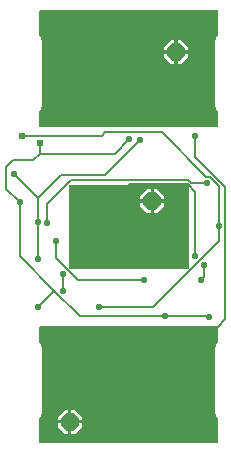
<source format=gbr>
G04 EAGLE Gerber RS-274X export*
G75*
%MOMM*%
%FSLAX34Y34*%
%LPD*%
%INBottom Copper*%
%IPPOS*%
%AMOC8*
5,1,8,0,0,1.08239X$1,22.5*%
G01*
%ADD10P,1.623585X8X202.500000*%
%ADD11C,0.127000*%
%ADD12C,0.554000*%
%ADD13C,0.604000*%
%ADD14C,0.152400*%

G36*
X190020Y1782D02*
X190020Y1782D01*
X190039Y1780D01*
X190141Y1802D01*
X190243Y1818D01*
X190260Y1828D01*
X190280Y1832D01*
X190369Y1885D01*
X190460Y1934D01*
X190474Y1948D01*
X190491Y1958D01*
X190558Y2037D01*
X190630Y2112D01*
X190638Y2130D01*
X190651Y2145D01*
X190690Y2241D01*
X190733Y2335D01*
X190735Y2355D01*
X190743Y2373D01*
X190761Y2540D01*
X190761Y22266D01*
X190747Y22356D01*
X190739Y22447D01*
X190727Y22477D01*
X190722Y22509D01*
X190679Y22589D01*
X190643Y22673D01*
X190617Y22705D01*
X190606Y22726D01*
X190583Y22748D01*
X190538Y22804D01*
X190014Y23328D01*
X188221Y27657D01*
X188221Y82343D01*
X190014Y86672D01*
X190538Y87196D01*
X190592Y87270D01*
X190651Y87339D01*
X190663Y87369D01*
X190682Y87396D01*
X190709Y87483D01*
X190743Y87567D01*
X190747Y87608D01*
X190754Y87631D01*
X190753Y87663D01*
X190761Y87734D01*
X190761Y100000D01*
X190759Y100012D01*
X190760Y100019D01*
X190759Y100026D01*
X190760Y100039D01*
X190738Y100141D01*
X190722Y100243D01*
X190712Y100260D01*
X190708Y100280D01*
X190655Y100369D01*
X190606Y100460D01*
X190592Y100474D01*
X190582Y100491D01*
X190503Y100558D01*
X190428Y100630D01*
X190410Y100638D01*
X190395Y100651D01*
X190299Y100690D01*
X190205Y100733D01*
X190185Y100735D01*
X190167Y100743D01*
X190000Y100761D01*
X40000Y100761D01*
X39980Y100758D01*
X39961Y100760D01*
X39859Y100738D01*
X39757Y100722D01*
X39740Y100712D01*
X39720Y100708D01*
X39631Y100655D01*
X39540Y100606D01*
X39526Y100592D01*
X39509Y100582D01*
X39442Y100503D01*
X39371Y100428D01*
X39362Y100410D01*
X39349Y100395D01*
X39310Y100299D01*
X39267Y100205D01*
X39265Y100185D01*
X39257Y100167D01*
X39239Y100000D01*
X39239Y87734D01*
X39254Y87644D01*
X39261Y87553D01*
X39273Y87523D01*
X39279Y87491D01*
X39321Y87411D01*
X39357Y87327D01*
X39383Y87295D01*
X39394Y87274D01*
X39417Y87252D01*
X39462Y87196D01*
X39985Y86672D01*
X41779Y82343D01*
X41779Y27657D01*
X39986Y23328D01*
X39462Y22804D01*
X39408Y22730D01*
X39349Y22661D01*
X39337Y22631D01*
X39318Y22604D01*
X39291Y22517D01*
X39257Y22433D01*
X39253Y22392D01*
X39246Y22369D01*
X39247Y22337D01*
X39239Y22266D01*
X39239Y2540D01*
X39242Y2520D01*
X39240Y2501D01*
X39262Y2399D01*
X39279Y2297D01*
X39288Y2280D01*
X39292Y2260D01*
X39345Y2171D01*
X39394Y2080D01*
X39408Y2066D01*
X39418Y2049D01*
X39497Y1982D01*
X39572Y1910D01*
X39590Y1902D01*
X39605Y1889D01*
X39701Y1850D01*
X39795Y1807D01*
X39815Y1805D01*
X39833Y1797D01*
X40000Y1779D01*
X190000Y1779D01*
X190020Y1782D01*
G37*
G36*
X190020Y269530D02*
X190020Y269530D01*
X190039Y269528D01*
X190141Y269550D01*
X190243Y269567D01*
X190260Y269576D01*
X190280Y269580D01*
X190369Y269633D01*
X190460Y269682D01*
X190474Y269696D01*
X190491Y269706D01*
X190558Y269785D01*
X190630Y269860D01*
X190638Y269878D01*
X190651Y269893D01*
X190690Y269989D01*
X190733Y270083D01*
X190735Y270103D01*
X190743Y270121D01*
X190761Y270288D01*
X190761Y282266D01*
X190747Y282356D01*
X190739Y282447D01*
X190727Y282477D01*
X190722Y282509D01*
X190679Y282589D01*
X190643Y282673D01*
X190617Y282705D01*
X190606Y282726D01*
X190583Y282748D01*
X190538Y282804D01*
X190014Y283328D01*
X188221Y287657D01*
X188221Y342343D01*
X190014Y346672D01*
X190538Y347196D01*
X190592Y347270D01*
X190651Y347339D01*
X190663Y347369D01*
X190682Y347396D01*
X190709Y347483D01*
X190743Y347567D01*
X190747Y347608D01*
X190754Y347631D01*
X190753Y347663D01*
X190761Y347734D01*
X190761Y367460D01*
X190758Y367480D01*
X190760Y367499D01*
X190738Y367601D01*
X190722Y367703D01*
X190712Y367720D01*
X190708Y367740D01*
X190655Y367829D01*
X190606Y367920D01*
X190592Y367934D01*
X190582Y367951D01*
X190503Y368018D01*
X190428Y368090D01*
X190410Y368098D01*
X190395Y368111D01*
X190299Y368150D01*
X190205Y368193D01*
X190185Y368195D01*
X190167Y368203D01*
X190000Y368221D01*
X40000Y368221D01*
X39980Y368218D01*
X39961Y368220D01*
X39859Y368198D01*
X39757Y368182D01*
X39740Y368172D01*
X39720Y368168D01*
X39631Y368115D01*
X39540Y368066D01*
X39526Y368052D01*
X39509Y368042D01*
X39442Y367963D01*
X39371Y367888D01*
X39362Y367870D01*
X39349Y367855D01*
X39310Y367759D01*
X39267Y367665D01*
X39265Y367645D01*
X39257Y367627D01*
X39239Y367460D01*
X39239Y347734D01*
X39254Y347644D01*
X39261Y347553D01*
X39273Y347523D01*
X39279Y347491D01*
X39321Y347411D01*
X39357Y347327D01*
X39383Y347295D01*
X39394Y347274D01*
X39417Y347252D01*
X39462Y347196D01*
X39985Y346672D01*
X41779Y342343D01*
X41779Y287657D01*
X39985Y283328D01*
X39462Y282804D01*
X39409Y282730D01*
X39349Y282661D01*
X39337Y282631D01*
X39318Y282604D01*
X39291Y282517D01*
X39257Y282433D01*
X39253Y282392D01*
X39246Y282369D01*
X39247Y282337D01*
X39239Y282266D01*
X39239Y270288D01*
X39242Y270268D01*
X39240Y270249D01*
X39262Y270147D01*
X39279Y270045D01*
X39288Y270028D01*
X39292Y270008D01*
X39345Y269919D01*
X39394Y269828D01*
X39408Y269814D01*
X39418Y269797D01*
X39497Y269730D01*
X39572Y269659D01*
X39590Y269650D01*
X39605Y269637D01*
X39701Y269598D01*
X39795Y269555D01*
X39815Y269553D01*
X39833Y269545D01*
X40000Y269527D01*
X190000Y269527D01*
X190020Y269530D01*
G37*
G36*
X165020Y149242D02*
X165020Y149242D01*
X165039Y149240D01*
X165141Y149262D01*
X165243Y149279D01*
X165260Y149288D01*
X165280Y149292D01*
X165369Y149345D01*
X165460Y149394D01*
X165474Y149408D01*
X165491Y149418D01*
X165558Y149497D01*
X165630Y149572D01*
X165638Y149590D01*
X165651Y149605D01*
X165690Y149701D01*
X165733Y149795D01*
X165735Y149815D01*
X165743Y149833D01*
X165761Y150000D01*
X165761Y220000D01*
X165758Y220020D01*
X165760Y220039D01*
X165738Y220141D01*
X165722Y220243D01*
X165712Y220260D01*
X165708Y220280D01*
X165655Y220369D01*
X165606Y220460D01*
X165592Y220474D01*
X165582Y220491D01*
X165503Y220558D01*
X165428Y220630D01*
X165410Y220638D01*
X165395Y220651D01*
X165299Y220690D01*
X165205Y220733D01*
X165185Y220735D01*
X165167Y220743D01*
X165000Y220761D01*
X65022Y220761D01*
X64931Y220746D01*
X64840Y220739D01*
X64811Y220727D01*
X64779Y220722D01*
X64698Y220679D01*
X64614Y220643D01*
X64582Y220617D01*
X64562Y220606D01*
X64539Y220583D01*
X64515Y220564D01*
X64509Y220560D01*
X64506Y220556D01*
X64483Y220538D01*
X64461Y220516D01*
X64416Y220454D01*
X64392Y220428D01*
X64387Y220418D01*
X64349Y220373D01*
X64337Y220343D01*
X64318Y220316D01*
X64291Y220230D01*
X64257Y220145D01*
X64253Y220104D01*
X64246Y220081D01*
X64247Y220049D01*
X64239Y219978D01*
X64239Y150862D01*
X64254Y150772D01*
X64261Y150681D01*
X64273Y150651D01*
X64279Y150619D01*
X64321Y150538D01*
X64357Y150454D01*
X64383Y150422D01*
X64394Y150402D01*
X64417Y150379D01*
X64462Y150323D01*
X65323Y149462D01*
X65397Y149409D01*
X65467Y149349D01*
X65497Y149337D01*
X65523Y149318D01*
X65610Y149291D01*
X65695Y149257D01*
X65736Y149253D01*
X65758Y149246D01*
X65790Y149247D01*
X65862Y149239D01*
X165000Y149239D01*
X165020Y149242D01*
G37*
%LPC*%
G36*
X156606Y334506D02*
X156606Y334506D01*
X156606Y343023D01*
X159242Y343023D01*
X165124Y337142D01*
X165124Y334506D01*
X156606Y334506D01*
G37*
%LPD*%
%LPC*%
G36*
X136523Y208523D02*
X136523Y208523D01*
X136523Y217041D01*
X139159Y217041D01*
X145041Y211159D01*
X145041Y208523D01*
X136523Y208523D01*
G37*
%LPD*%
%LPC*%
G36*
X66523Y21523D02*
X66523Y21523D01*
X66523Y30041D01*
X69159Y30041D01*
X75041Y24159D01*
X75041Y21523D01*
X66523Y21523D01*
G37*
%LPD*%
%LPC*%
G36*
X145042Y334506D02*
X145042Y334506D01*
X145042Y337142D01*
X150924Y343023D01*
X153560Y343023D01*
X153560Y334506D01*
X145042Y334506D01*
G37*
%LPD*%
%LPC*%
G36*
X156606Y322942D02*
X156606Y322942D01*
X156606Y331459D01*
X165124Y331459D01*
X165124Y328824D01*
X159242Y322942D01*
X156606Y322942D01*
G37*
%LPD*%
%LPC*%
G36*
X124959Y208523D02*
X124959Y208523D01*
X124959Y211159D01*
X130841Y217041D01*
X133477Y217041D01*
X133477Y208523D01*
X124959Y208523D01*
G37*
%LPD*%
%LPC*%
G36*
X136523Y196959D02*
X136523Y196959D01*
X136523Y205477D01*
X145041Y205477D01*
X145041Y202841D01*
X139159Y196959D01*
X136523Y196959D01*
G37*
%LPD*%
%LPC*%
G36*
X54959Y21523D02*
X54959Y21523D01*
X54959Y24159D01*
X60841Y30041D01*
X63477Y30041D01*
X63477Y21523D01*
X54959Y21523D01*
G37*
%LPD*%
%LPC*%
G36*
X66523Y9959D02*
X66523Y9959D01*
X66523Y18477D01*
X75041Y18477D01*
X75041Y15841D01*
X69159Y9959D01*
X66523Y9959D01*
G37*
%LPD*%
%LPC*%
G36*
X150924Y322942D02*
X150924Y322942D01*
X145042Y328824D01*
X145042Y331459D01*
X153560Y331459D01*
X153560Y322942D01*
X150924Y322942D01*
G37*
%LPD*%
%LPC*%
G36*
X130841Y196959D02*
X130841Y196959D01*
X124959Y202841D01*
X124959Y205477D01*
X133477Y205477D01*
X133477Y196959D01*
X130841Y196959D01*
G37*
%LPD*%
%LPC*%
G36*
X60841Y9959D02*
X60841Y9959D01*
X54959Y15841D01*
X54959Y18477D01*
X63477Y18477D01*
X63477Y9959D01*
X60841Y9959D01*
G37*
%LPD*%
%LPC*%
G36*
X155082Y332982D02*
X155082Y332982D01*
X155082Y332983D01*
X155084Y332983D01*
X155084Y332982D01*
X155082Y332982D01*
G37*
%LPD*%
%LPC*%
G36*
X134999Y206999D02*
X134999Y206999D01*
X134999Y207001D01*
X135001Y207001D01*
X135001Y206999D01*
X134999Y206999D01*
G37*
%LPD*%
%LPC*%
G36*
X64999Y19999D02*
X64999Y19999D01*
X64999Y20001D01*
X65001Y20001D01*
X65001Y19999D01*
X64999Y19999D01*
G37*
%LPD*%
D10*
X65000Y20000D03*
X155083Y332983D03*
X135000Y207000D03*
D11*
X182314Y109220D02*
X183170Y108365D01*
X182314Y109220D02*
X146050Y109220D01*
X22860Y160020D02*
X22860Y205740D01*
X52070Y130810D02*
X73660Y109220D01*
X52070Y130810D02*
X22860Y160020D01*
X73660Y109220D02*
X146050Y109220D01*
X34290Y241300D02*
X39643Y246653D01*
X103137Y246653D01*
X115504Y259019D01*
X34290Y241300D02*
X16847Y241300D01*
X11338Y235791D01*
X11338Y217262D01*
X22860Y205740D01*
X52070Y130810D02*
X38100Y116840D01*
D12*
X146050Y109220D03*
X183170Y108365D03*
X22860Y205740D03*
X115504Y259019D03*
X38100Y116840D03*
D13*
X39759Y255612D03*
D14*
X39759Y246769D01*
X39643Y246653D01*
D11*
X38100Y209550D02*
X38100Y189230D01*
X38100Y209550D02*
X17780Y229870D01*
X38100Y189230D02*
X38100Y157480D01*
D12*
X17780Y229870D03*
X38100Y189230D03*
X124772Y258785D03*
X38100Y157480D03*
D14*
X94920Y228933D02*
X124772Y258785D01*
X57483Y228933D02*
X38100Y209550D01*
X57483Y228933D02*
X94920Y228933D01*
D11*
X59690Y144780D02*
X59690Y130810D01*
D12*
X59690Y144780D03*
X59690Y130810D03*
D11*
X53340Y158750D02*
X53340Y172720D01*
X53340Y158750D02*
X72390Y139700D01*
X128270Y139700D01*
D12*
X53340Y172720D03*
X128270Y139700D03*
D11*
X116840Y219710D02*
X118110Y220980D01*
X165100Y220980D01*
X171450Y214630D01*
X171450Y160020D01*
X179070Y152400D02*
X179070Y142240D01*
X176530Y139700D01*
D12*
X116840Y219710D03*
X171450Y160020D03*
X179070Y152400D03*
X176530Y139700D03*
D11*
X181610Y222250D02*
X167640Y222250D01*
X165100Y224790D01*
X66040Y224790D01*
X45720Y204470D01*
X45720Y187960D01*
D12*
X181610Y222250D03*
X45720Y187960D03*
D11*
X181610Y227330D02*
X184150Y227330D01*
X191770Y219710D01*
X191770Y185420D01*
X135890Y116840D02*
X90170Y116840D01*
X135890Y116840D02*
X191770Y172720D01*
X191770Y185420D01*
D12*
X191770Y185420D03*
X90170Y116840D03*
D13*
X25043Y262038D03*
D14*
X92078Y262038D01*
X95132Y265092D01*
X142774Y265092D01*
X180537Y227330D02*
X181610Y227330D01*
X180537Y227330D02*
X142774Y265092D01*
D11*
X171130Y261940D02*
X171130Y244160D01*
X196850Y218440D01*
X196850Y106680D01*
X190500Y100330D01*
X190000Y100000D01*
D12*
X171130Y261940D03*
M02*

</source>
